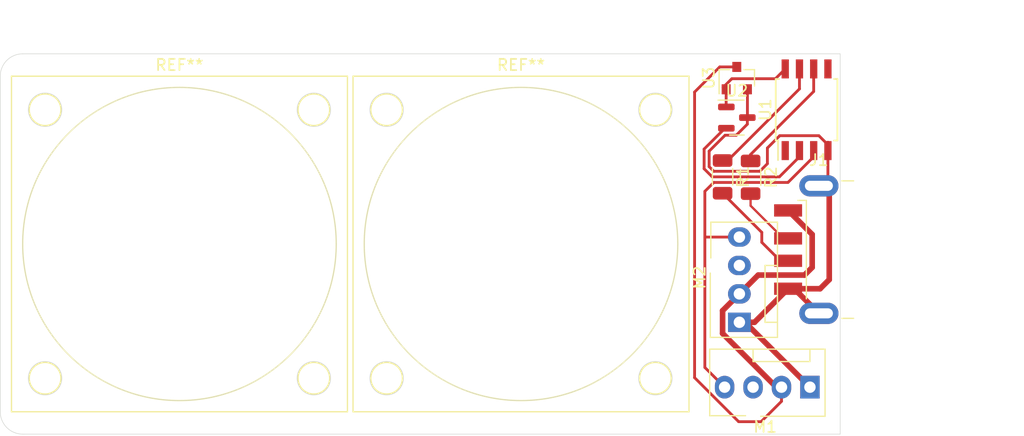
<source format=kicad_pcb>
(kicad_pcb (version 20211014) (generator pcbnew)
  (layers (0 "F.Cu" signal) (31 "B.Cu" signal) (34 "B.Paste" user) (35 "F.Paste" user) (36 "B.SilkS" user "B.Silkscreen") (37 "F.SilkS" user "F.Silkscreen") (38 "B.Mask" user) (39 "F.Mask" user) (44 "Edge.Cuts" user))
  (net 0 "")
  (net 1 "Net-(R2-Pad1)")
  (net 2 "Net-(R1-Pad1)")
  (net 7 "/VCC")
  (net 8 "/GND")
  (net 9 "/D+")
  (net 10 "/D-")
  (net 11 "/TEMP_OUT")
  (net 12 "Net-(U1-Pad8)")
  (net 13 "/PWM")
  (footprint "Resistor_SMD:R_1206_3216Metric" (layer "F.Cu") (at 175 104.0375 -90)
    (fp_text reference "R2" (at 0 -1.82 90) (layer "F.SilkS"))
    (fp_text value "68")
    (fp_line (start -0.727064 -0.91) (end 0.727064 -0.91) (layer "F.SilkS") (width 0.12))
    (fp_line (start -0.727064 0.91) (end 0.727064 0.91) (layer "F.SilkS") (width 0.12))
    (pad "1" smd roundrect locked (at -1.4625 0 270) (size 1.125 1.75) (layers "F.Cu" "F.Paste" "F.Mask") (roundrect_rratio 0.222222) (net 1 "Net-(R2-Pad1)"))
    (pad "2" smd roundrect locked (at 1.4625 0 270) (size 1.125 1.75) (layers "F.Cu" "F.Paste" "F.Mask") (roundrect_rratio 0.222222) (net 9 "/D+"))
  )
  (footprint "Connector_USB:USB_A_CNCTech_1001-011-01101_Horizontal" (layer "F.Cu") (at 188 110.5)
    (fp_text reference "J1" (at -6.9 -8) (layer "F.SilkS"))
    (fp_text value "USB_A")
    (fp_line (start -8.02 -4.4) (end -8.775 -4.4) (layer "F.SilkS") (width 0.12))
    (fp_line (start -4.85 6.145) (end -3.8 6.145) (layer "F.SilkS") (width 0.12))
    (fp_line (start -4.85 -6.145) (end -3.8 -6.145) (layer "F.SilkS") (width 0.12))
    (fp_line (start -8.02 -4.4) (end -8.02 4.4) (layer "F.SilkS") (width 0.12))
    (pad "" np_thru_hole circle (at -6.9 -2.3) (size 1.1 1.1) (drill 1.1) (layers *.Cu *.Mask))
    (pad "" np_thru_hole circle (at -6.9 2.3) (size 1.1 1.1) (drill 1.1) (layers *.Cu *.Mask))
    (pad "1" smd rect (at -9.65 -3.5) (size 2.5 1.1) (layers "F.Cu" "F.Paste" "F.Mask") (net 7 "/VCC"))
    (pad "2" smd rect (at -9.65 -1) (size 2.5 1.1) (layers "F.Cu" "F.Paste" "F.Mask") (net 9 "/D+"))
    (pad "3" smd rect (at -9.65 1) (size 2.5 1.1) (layers "F.Cu" "F.Paste" "F.Mask") (net 10 "/D-"))
    (pad "4" smd rect (at -9.65 3.5) (size 2.5 1.1) (layers "F.Cu" "F.Paste" "F.Mask") (net 8 "/GND"))
    (pad "5" thru_hole oval (at -6.9 5.7) (size 3.5 1.9) (drill oval 2.5 0.9) (layers *.Cu *.Mask) (net 8 "/GND"))
    (pad "5" thru_hole oval (at -6.9 -5.7) (size 3.5 1.9) (drill oval 2.5 0.9) (layers *.Cu *.Mask) (net 8 "/GND"))
  )
  (footprint "Package_TO_SOT_SMD:SOT-23" (layer "F.Cu") (at 173.768052 95.169999 90)
    (fp_text reference "U3" (at 0 -2.5 90) (layer "F.SilkS"))
    (fp_text value "LP2950-3.3_TO92")
    (fp_line (start 0.76 -1.58) (end 0.76 -0.65) (layer "F.SilkS") (width 0.12))
    (fp_line (start 0.76 1.58) (end -0.7 1.58) (layer "F.SilkS") (width 0.12))
    (fp_line (start 0.76 1.58) (end 0.76 0.65) (layer "F.SilkS") (width 0.12))
    (fp_line (start 0.76 -1.58) (end -1.4 -1.58) (layer "F.SilkS") (width 0.12))
    (pad "1" smd rect locked (at -1 -0.95 90) (size 0.9 0.8) (layers "F.Cu" "F.Paste" "F.Mask") (net 12 "Net-(U1-Pad8)"))
    (pad "2" smd rect locked (at -1 0.95 90) (size 0.9 0.8) (layers "F.Cu" "F.Paste" "F.Mask") (net 8 "/GND"))
    (pad "3" smd rect locked (at 1 0 90) (size 0.9 0.8) (layers "F.Cu" "F.Paste" "F.Mask") (net 7 "/VCC"))
  )
  (footprint "Resistor_SMD:R_1206_3216Metric" (layer "F.Cu") (at 172.5 104 -90)
    (fp_text reference "R1" (at 0 -1.82 90) (layer "F.SilkS"))
    (fp_text value "68")
    (fp_line (start -0.727064 0.91) (end 0.727064 0.91) (layer "F.SilkS") (width 0.12))
    (fp_line (start -0.727064 -0.91) (end 0.727064 -0.91) (layer "F.SilkS") (width 0.12))
    (pad "1" smd roundrect locked (at -1.4625 0 270) (size 1.125 1.75) (layers "F.Cu" "F.Paste" "F.Mask") (roundrect_rratio 0.222222) (net 2 "Net-(R1-Pad1)"))
    (pad "2" smd roundrect locked (at 1.4625 0 270) (size 1.125 1.75) (layers "F.Cu" "F.Paste" "F.Mask") (roundrect_rratio 0.222222) (net 10 "/D-"))
  )
  (footprint "Connector:FanPinHeader_1x04_P2.54mm_Vertical" (layer "F.Cu") (at 180.3 122.8 180)
    (fp_text reference "M1" (at 4 -3.55) (layer "F.SilkS"))
    (fp_text value "Fan_4pin")
    (fp_line (start -1.35 -2.6) (end 4.4 -2.6) (layer "F.SilkS") (width 0.12))
    (fp_line (start 0 3.3) (end 0 2.29) (layer "F.SilkS") (width 0.12))
    (fp_line (start -1.35 3.4) (end -1.35 -2.6) (layer "F.SilkS") (width 0.12))
    (fp_line (start 5.08 2.29) (end 5.08 3.3) (layer "F.SilkS") (width 0.12))
    (fp_line (start 8.95 3.4) (end -1.35 3.4) (layer "F.SilkS") (width 0.12))
    (fp_line (start 8.95 -2.55) (end 8.95 3.4) (layer "F.SilkS") (width 0.12))
    (fp_line (start 5.75 -2.55) (end 8.95 -2.55) (layer "F.SilkS") (width 0.12))
    (fp_line (start 0 2.29) (end 5.08 2.29) (layer "F.SilkS") (width 0.12))
    (pad "" np_thru_hole circle locked (at 5.08 -2.16 270) (size 1.1 1.1) (drill 1.1) (layers *.Cu *.Mask))
    (pad "1" thru_hole rect locked (at 0 0 270) (size 2.03 1.73) (drill 1.02) (layers *.Cu *.Mask) (net 8 "/GND"))
    (pad "2" thru_hole oval locked (at 2.54 0 270) (size 2.03 1.73) (drill 1.02) (layers *.Cu *.Mask) (net 7 "/VCC"))
    (pad "3" thru_hole oval locked (at 5.08 0 270) (size 2.03 1.73) (drill 1.02) (layers *.Cu *.Mask))
    (pad "4" thru_hole oval locked (at 7.62 0 270) (size 2.03 1.73) (drill 1.02) (layers *.Cu *.Mask) (net 13 "/PWM"))
  )
  (footprint "Connector:FanPinHeader_1x04_P2.54mm_Vertical" (layer "F.Cu") (at 174 117 90)
    (fp_text reference "M2" (at 4 -3.55 90) (layer "F.SilkS"))
    (fp_text value "Fan_4pin")
    (fp_line (start 8.95 3.4) (end -1.35 3.4) (layer "F.SilkS") (width 0.12))
    (fp_line (start 0 2.29) (end 5.08 2.29) (layer "F.SilkS") (width 0.12))
    (fp_line (start -1.35 3.4) (end -1.35 -2.6) (layer "F.SilkS") (width 0.12))
    (fp_line (start 8.95 -2.55) (end 8.95 3.4) (layer "F.SilkS") (width 0.12))
    (fp_line (start 5.08 2.29) (end 5.08 3.3) (layer "F.SilkS") (width 0.12))
    (fp_line (start -1.35 -2.6) (end 4.4 -2.6) (layer "F.SilkS") (width 0.12))
    (fp_line (start 0 3.3) (end 0 2.29) (layer "F.SilkS") (width 0.12))
    (fp_line (start 5.75 -2.55) (end 8.95 -2.55) (layer "F.SilkS") (width 0.12))
    (pad "" np_thru_hole circle locked (at 5.08 -2.16 180) (size 1.1 1.1) (drill 1.1) (layers *.Cu *.Mask))
    (pad "1" thru_hole rect locked (at 0 0 180) (size 2.03 1.73) (drill 1.02) (layers *.Cu *.Mask) (net 8 "/GND"))
    (pad "2" thru_hole oval locked (at 2.54 0 180) (size 2.03 1.73) (drill 1.02) (layers *.Cu *.Mask) (net 7 "/VCC"))
    (pad "3" thru_hole oval locked (at 5.08 0 180) (size 2.03 1.73) (drill 1.02) (layers *.Cu *.Mask))
    (pad "4" thru_hole oval locked (at 7.62 0 180) (size 2.03 1.73) (drill 1.02) (layers *.Cu *.Mask) (net 13 "/PWM"))
  )
  (footprint "vr-fan:30mm_fan_pwm" (layer "F.Cu") (at 124 110)
    (fp_text reference "REF**" (at 0 -16) (layer "F.SilkS"))
    (fp_text value "30mm_fan_pwm")
    (fp_line (start 15 -15) (end -15 -15) (layer "F.SilkS") (width 0.12))
    (fp_line (start -15 15) (end 15 15) (layer "F.SilkS") (width 0.12))
    (fp_line (start 15 15) (end 15 -15) (layer "F.SilkS") (width 0.12))
    (fp_line (start -15 -15) (end -15 15) (layer "F.SilkS") (width 0.12))
    (fp_circle (center 12 -12) (end 13 -13) (layer "F.SilkS") (width 0.12) (fill none))
    (fp_circle (center -12 -12) (end -13 -13) (layer "F.SilkS") (width 0.12) (fill none))
    (fp_circle (center 0 0) (end 14 0) (layer "F.SilkS") (width 0.12) (fill none))
    (fp_circle (center -12 12) (end -13 13) (layer "F.SilkS") (width 0.12) (fill none))
    (fp_circle (center 12 12) (end 13 13) (layer "F.SilkS") (width 0.12) (fill none))
  )
  (footprint "Package_SO:SOIC-8W_5.3x5.3mm_P1.27mm" (layer "F.Cu") (at 180 98 90)
    (fp_text reference "U1" (at 0 -3.68 90) (layer "F.SilkS"))
    (fp_text value "ATtiny45-20S")
    (fp_line (start -2.75 2.755) (end 2.75 2.755) (layer "F.SilkS") (width 0.15))
    (fp_line (start -2.75 -2.755) (end -2.75 -2.55) (layer "F.SilkS") (width 0.15))
    (fp_line (start -2.75 2.755) (end -2.75 2.455) (layer "F.SilkS") (width 0.15))
    (fp_line (start -2.75 -2.55) (end -4.5 -2.55) (layer "F.SilkS") (width 0.15))
    (fp_line (start 2.75 2.755) (end 2.75 2.455) (layer "F.SilkS") (width 0.15))
    (fp_line (start -2.75 -2.755) (end 2.75 -2.755) (layer "F.SilkS") (width 0.15))
    (fp_line (start 2.75 -2.755) (end 2.75 -2.455) (layer "F.SilkS") (width 0.15))
    (pad "1" smd rect (at -3.65 -1.905 90) (size 1.7 0.65) (layers "F.Cu" "F.Paste" "F.Mask"))
    (pad "2" smd rect (at -3.65 -0.635 90) (size 1.7 0.65) (layers "F.Cu" "F.Paste" "F.Mask") (net 11 "/TEMP_OUT"))
    (pad "3" smd rect (at -3.65 0.635 90) (size 1.7 0.65) (layers "F.Cu" "F.Paste" "F.Mask") (net 13 "/PWM"))
    (pad "4" smd rect (at -3.65 1.905 90) (size 1.7 0.65) (layers "F.Cu" "F.Paste" "F.Mask") (net 8 "/GND"))
    (pad "5" smd rect (at 3.65 1.905 90) (size 1.7 0.65) (layers "F.Cu" "F.Paste" "F.Mask"))
    (pad "6" smd rect (at 3.65 0.635 90) (size 1.7 0.65) (layers "F.Cu" "F.Paste" "F.Mask") (net 1 "Net-(R2-Pad1)"))
    (pad "7" smd rect (at 3.65 -0.635 90) (size 1.7 0.65) (layers "F.Cu" "F.Paste" "F.Mask") (net 2 "Net-(R1-Pad1)"))
    (pad "8" smd rect (at 3.65 -1.905 90) (size 1.7 0.65) (layers "F.Cu" "F.Paste" "F.Mask") (net 12 "Net-(U1-Pad8)"))
  )
  (footprint "vr-fan:30mm_fan_pwm" (layer "F.Cu") (at 154.5 110)
    (fp_text reference "REF**" (at 0 -16) (layer "F.SilkS"))
    (fp_text value "30mm_fan_pwm")
    (fp_line (start 15 -15) (end -15 -15) (layer "F.SilkS") (width 0.12))
    (fp_line (start -15 15) (end 15 15) (layer "F.SilkS") (width 0.12))
    (fp_line (start 15 15) (end 15 -15) (layer "F.SilkS") (width 0.12))
    (fp_line (start -15 -15) (end -15 15) (layer "F.SilkS") (width 0.12))
    (fp_circle (center 12 -12) (end 13 -13) (layer "F.SilkS") (width 0.12) (fill none))
    (fp_circle (center -12 -12) (end -13 -13) (layer "F.SilkS") (width 0.12) (fill none))
    (fp_circle (center 0 0) (end 14 0) (layer "F.SilkS") (width 0.12) (fill none))
    (fp_circle (center -12 12) (end -13 13) (layer "F.SilkS") (width 0.12) (fill none))
    (fp_circle (center 12 12) (end 13 13) (layer "F.SilkS") (width 0.12) (fill none))
  )
  (footprint "Package_TO_SOT_SMD:SOT-23" (layer "F.Cu") (at 173.77326 98.699979)
    (fp_text reference "U2" (at 0 -2.4) (layer "F.SilkS"))
    (fp_text value "MCP9700AT-ETT")
    (fp_line (start 0 -1.56) (end 0.65 -1.56) (layer "F.SilkS") (width 0.12))
    (fp_line (start 0 -1.56) (end -1.675 -1.56) (layer "F.SilkS") (width 0.12))
    (fp_line (start 0 1.56) (end -0.65 1.56) (layer "F.SilkS") (width 0.12))
    (fp_line (start 0 1.56) (end 0.65 1.56) (layer "F.SilkS") (width 0.12))
    (pad "1" smd roundrect (at -0.9375 -0.95) (size 1.475 0.6) (layers "F.Cu" "F.Paste" "F.Mask") (net 12 "Net-(U1-Pad8)"))
    (pad "2" smd roundrect (at -0.9375 0.95) (size 1.475 0.6) (layers "F.Cu" "F.Paste" "F.Mask") (net 11 "/TEMP_OUT"))
    (pad "3" smd roundrect (at 0.9375 0) (size 1.475 0.6) (layers "F.Cu" "F.Paste" "F.Mask") (net 8 "/GND"))
  )
  (gr_circle (center 166.5 98) (end 166.5 99.5) (layer "Edge.Cuts") (width 0.05) (fill none))
  (gr_arc (start 110 127) (mid 108.585786 126.414214) (end 108 125) (layer "Edge.Cuts") (width 0.05))
  (gr_line (start 110 127) (end 183 127) (layer "Edge.Cuts") (width 0.05))
  (gr_circle (center 112 98) (end 112 99.5) (layer "Edge.Cuts") (width 0.05) (fill none))
  (gr_circle (center 136 98) (end 136 99.5) (layer "Edge.Cuts") (width 0.05) (fill none))
  (gr_circle (center 154.5 110) (end 154.5 124) (layer "Edge.Cuts") (width 0.05) (fill none))
  (gr_line (start 183 127) (end 183 93) (layer "Edge.Cuts") (width 0.05))
  (gr_circle (center 124 110) (end 124 124) (layer "Edge.Cuts") (width 0.05) (fill none))
  (gr_circle (center 142.5 98) (end 142.5 99.5) (layer "Edge.Cuts") (width 0.05) (fill none))
  (gr_circle (center 166.5 122) (end 166.5 123.5) (layer "Edge.Cuts") (width 0.05) (fill none))
  (gr_line (start 183 93) (end 110 93) (layer "Edge.Cuts") (width 0.05))
  (gr_circle (center 112 122) (end 112 123.5) (layer "Edge.Cuts") (width 0.05) (fill none))
  (gr_arc (start 108 95) (mid 108.585786 93.585786) (end 110 93) (layer "Edge.Cuts") (width 0.05))
  (gr_circle (center 142.5 122) (end 142.5 123.5) (layer "Edge.Cuts") (width 0.05) (fill none))
  (gr_circle (center 136 122) (end 136 123.5) (layer "Edge.Cuts") (width 0.05) (fill none))
  (gr_line (start 108 95) (end 108 125) (layer "Edge.Cuts") (width 0.05))
  (segment (start 175 102) (end 180.635 96.365) (width 0.25) (layer "F.Cu") (net 1))
  (segment (start 180.635 96.365) (end 180.635 94.35) (width 0.25) (layer "F.Cu") (net 1))
  (segment (start 175 102.575) (end 175 102) (width 0.25) (layer "F.Cu") (net 1))
  (segment (start 172.5 102.5375) (end 172.9625 102.5375) (width 0.25) (layer "F.Cu") (net 2))
  (segment (start 179.365 96.135) (end 179.365 94.35) (width 0.25) (layer "F.Cu") (net 2))
  (segment (start 172.9625 102.5375) (end 179.365 96.135) (width 0.25) (layer "F.Cu") (net 2))
  (segment (start 179.365 93.825) (end 179.365 94.35) (width 0.25) (layer "F.Cu") (net 2))
  (segment (start 172.5 118) (end 172.5 115.96) (width 0.5) (layer "F.Cu") (net 7))
  (segment (start 175.678823 112.781177) (end 179.811352 112.781177) (width 0.5) (layer "F.Cu") (net 7))
  (segment (start 174 114.46) (end 175.678823 112.781177) (width 0.5) (layer "F.Cu") (net 7))
  (segment (start 179.811352 112.781177) (end 180.5 112.092529) (width 0.5) (layer "F.Cu") (net 7))
  (segment (start 180.5 109.15) (end 178.35 107) (width 0.5) (layer "F.Cu") (net 7))
  (segment (start 177.3 122.8) (end 172.5 118) (width 0.5) (layer "F.Cu") (net 7))
  (segment (start 170 96.415261) (end 172.245262 94.169999) (width 0.25) (layer "F.Cu") (net 7))
  (segment (start 177.76 124.065) (end 175.940479 125.884521) (width 0.25) (layer "F.Cu") (net 7))
  (segment (start 172.245262 94.169999) (end 173.768052 94.169999) (width 0.25) (layer "F.Cu") (net 7))
  (segment (start 175.940479 125.884521) (end 173.932286 125.884521) (width 0.25) (layer "F.Cu") (net 7))
  (segment (start 177.76 122.8) (end 177.76 124.065) (width 0.25) (layer "F.Cu") (net 7))
  (segment (start 173.932286 125.884521) (end 170 121.952235) (width 0.25) (layer "F.Cu") (net 7))
  (segment (start 177.76 122.8) (end 177.3 122.8) (width 0.25) (layer "F.Cu") (net 7))
  (segment (start 170 121.952235) (end 170 96.415261) (width 0.25) (layer "F.Cu") (net 7))
  (segment (start 172.5 115.96) (end 174 114.46) (width 0.5) (layer "F.Cu") (net 7))
  (segment (start 180.5 112.092529) (end 180.5 109.15) (width 0.5) (layer "F.Cu") (net 7))
  (segment (start 171.30048 101.69952) (end 172.725501 100.274499) (width 0.25) (layer "F.Cu") (net 8))
  (segment (start 176.5 102.824993) (end 175.824993 103.5) (width 0.25) (layer "F.Cu") (net 8))
  (segment (start 178.9 114) (end 178.35 114) (width 0.25) (layer "F.Cu") (net 8))
  (segment (start 176.5 101.420978) (end 176.5 102.824993) (width 0.25) (layer "F.Cu") (net 8))
  (segment (start 174.718052 96.169999) (end 174.718052 98.720368) (width 0.25) (layer "F.Cu") (net 8))
  (segment (start 181.097859 100.317859) (end 177.603119 100.317859) (width 0.25) (layer "F.Cu") (net 8))
  (segment (start 182.024521 113.18295) (end 182.024521 105.724521) (width 0.5) (layer "F.Cu") (net 8))
  (segment (start 181.1 116.2) (end 178.9 114) (width 0.5) (layer "F.Cu") (net 8))
  (segment (start 174.71076 99.28924) (end 174.71076 98.699979) (width 0.25) (layer "F.Cu") (net 8))
  (segment (start 171.30048 103.087973) (end 171.30048 101.69952) (width 0.25) (layer "F.Cu") (net 8))
  (segment (start 178.35 114) (end 181.207471 114) (width 0.5) (layer "F.Cu") (net 8))
  (segment (start 181.207471 114) (end 182.024521 113.18295) (width 0.5) (layer "F.Cu") (net 8))
  (segment (start 182.024521 105.724521) (end 181.1 104.8) (width 0.25) (layer "F.Cu") (net 8))
  (segment (start 174.72721 96.179157) (end 174.718052 96.169999) (width 0.25) (layer "F.Cu") (net 8))
  (segment (start 175.35 117) (end 178.35 114) (width 0.5) (layer "F.Cu") (net 8))
  (segment (start 180.3 122.8) (end 174.5 117) (width 0.5) (layer "F.Cu") (net 8))
  (segment (start 175.824993 103.5) (end 171.712507 103.5) (width 0.25) (layer "F.Cu") (net 8))
  (segment (start 181.905 101.125) (end 181.097859 100.317859) (width 0.25) (layer "F.Cu") (net 8))
  (segment (start 181.905 101.65) (end 181.905 101.125) (width 0.25) (layer "F.Cu") (net 8))
  (segment (start 171.712507 103.5) (end 171.30048 103.087973) (width 0.25) (layer "F.Cu") (net 8))
  (segment (start 181.905 101.65) (end 181.905 100.905) (width 0.25) (layer "F.Cu") (net 8))
  (segment (start 172.725501 100.274499) (end 173.725501 100.274499) (width 0.25) (layer "F.Cu") (net 8))
  (segment (start 174 117) (end 175.35 117) (width 0.5) (layer "F.Cu") (net 8))
  (segment (start 181.1 104.8) (end 181.905 103.995) (width 0.25) (layer "F.Cu") (net 8))
  (segment (start 181.905 103.995) (end 181.905 101.65) (width 0.25) (layer "F.Cu") (net 8))
  (segment (start 174.5 117) (end 174 117) (width 0.25) (layer "F.Cu") (net 8))
  (segment (start 173.725501 100.274499) (end 174.71076 99.28924) (width 0.25) (layer "F.Cu") (net 8))
  (segment (start 177.603119 100.317859) (end 176.5 101.420978) (width 0.25) (layer "F.Cu") (net 8))
  (segment (start 177.925 109.5) (end 175 106.575) (width 0.2) (layer "F.Cu") (net 9))
  (segment (start 178.35 109.5) (end 177.925 109.5) (width 0.2) (layer "F.Cu") (net 9))
  (segment (start 175 106.575) (end 175 105.5) (width 0.2) (layer "F.Cu") (net 9))
  (segment (start 176 108.9625) (end 172.5 105.4625) (width 0.25) (layer "F.Cu") (net 10))
  (segment (start 177.65 111.5) (end 176 109.85) (width 0.25) (layer "F.Cu") (net 10))
  (segment (start 178.35 111.5) (end 177.65 111.5) (width 0.25) (layer "F.Cu") (net 10))
  (segment (start 176 109.85) (end 176 108.9625) (width 0.25) (layer "F.Cu") (net 10))
  (segment (start 170.85096 101.513322) (end 172.714303 99.649979) (width 0.25) (layer "F.Cu") (net 11))
  (segment (start 170.85096 103.274171) (end 170.85096 101.513322) (width 0.25) (layer "F.Cu") (net 11))
  (segment (start 179.365 102.204022) (end 177.569022 104) (width 0.25) (layer "F.Cu") (net 11))
  (segment (start 179.365 101.65) (end 179.365 102.204022) (width 0.25) (layer "F.Cu") (net 11))
  (segment (start 172.714303 99.649979) (end 172.83576 99.649979) (width 0.25) (layer "F.Cu") (net 11))
  (segment (start 177.569022 104) (end 171.576789 104) (width 0.25) (layer "F.Cu") (net 11))
  (segment (start 171.576789 104) (end 170.85096 103.274171) (width 0.25) (layer "F.Cu") (net 11))
  (segment (start 172.55 96) (end 173.324511 95.225489) (width 0.25) (layer "F.Cu") (net 12))
  (segment (start 173.324511 95.225489) (end 177.219511 95.225489) (width 0.25) (layer "F.Cu") (net 12))
  (segment (start 177.219511 95.225489) (end 178.095 94.35) (width 0.25) (layer "F.Cu") (net 12))
  (segment (start 172.818052 96.169999) (end 172.818052 97.745368) (width 0.25) (layer "F.Cu") (net 12))
  (segment (start 171.712507 104.5) (end 170.915479 105.297028) (width 0.25) (layer "F.Cu") (net 13))
  (segment (start 172.68 122.8) (end 170.915479 121.035479) (width 0.25) (layer "F.Cu") (net 13))
  (segment (start 178.339022 104.5) (end 171.712507 104.5) (width 0.25) (layer "F.Cu") (net 13))
  (segment (start 180.635 101.65) (end 180.635 102.204022) (width 0.25) (layer "F.Cu") (net 13))
  (segment (start 170.915479 105.297028) (end 170.915479 109.415479) (width 0.25) (layer "F.Cu") (net 13))
  (segment (start 170.915479 109.415479) (end 170.915479 121.035479) (width 0.25) (layer "F.Cu") (net 13))
  (segment (start 180.635 102.204022) (end 178.339022 104.5) (width 0.25) (layer "F.Cu") (net 13))
  (segment (start 174 109.38) (end 170.950958 109.38) (width 0.25) (layer "F.Cu") (net 13))
)
</source>
